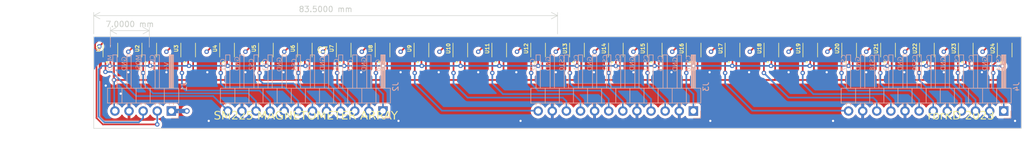
<source format=kicad_pcb>
(kicad_pcb (version 20221018) (generator pcbnew)
  (layers (0 "F.Cu" signal "Signal_top") (1 "In1.Cu" power "GND") (2 "In2.Cu" power "V+") (31 "B.Cu" signal "Signal_bottom") (34 "B.Paste" user) (35 "F.Paste" user) (36 "B.SilkS" user "B.Silkscreen") (37 "F.SilkS" user "F.Silkscreen") (38 "B.Mask" user) (39 "F.Mask" user) (44 "Edge.Cuts" user))
  (net 0 "")
  (net 1 "v+")
  (net 2 "GND")
  (net 3 "SCLK")
  (net 4 "MOSI")
  (net 5 "MISO")
  (net 6 "SS1")
  (net 7 "SS2")
  (net 8 "SS3")
  (net 9 "SS4")
  (net 10 "SS5")
  (net 11 "SS9")
  (net 12 "SS10")
  (net 13 "SS11")
  (net 14 "SS12")
  (net 15 "SS13")
  (net 16 "SS17")
  (net 17 "SS18")
  (net 18 "SS19")
  (net 19 "SS20")
  (net 20 "SS21")
  (net 21 "SS6")
  (net 22 "SS14")
  (net 23 "SS22")
  (net 24 "SS7")
  (net 25 "SS15")
  (net 26 "SS23")
  (net 27 "SS8")
  (net 28 "SS16")
  (net 29 "SS24")
  (footprint "Own_Library:NVE SM225 10E" (layer "F.Cu") (at 204 52.4 90)
    (fp_text reference "U24")
    (fp_text value "SM225-10E")
  )
  (footprint "Capacitor_SMD:C_0201_0603Metric" (layer "F.Cu") (at 82.445 52.36 -90)
    (fp_text reference "C7")
    (fp_text value "C_Small" hide)
  )
  (footprint "Own_Library:NVE SM225 10E" (layer "F.Cu") (at 92 52.4 90)
    (fp_text reference "U8")
    (fp_text value "SM225-10E")
  )
  (footprint "Capacitor_SMD:C_0201_0603Metric" (layer "F.Cu") (at 194.445 52.36 -90)
    (fp_text reference "C23" hide)
    (fp_text value "C_Small" hide)
  )
  (footprint "Own_Library:NVE SM225 10E" (layer "F.Cu") (at 120 52.4 90)
    (fp_text reference "U12")
    (fp_text value "SM225-10E")
  )
  (footprint "Capacitor_SMD:C_0201_0603Metric" (layer "F.Cu") (at 96.445 52.36 -90)
    (fp_text reference "C9" hide)
    (fp_text value "C_Small" hide)
  )
  (footprint "Capacitor_SMD:C_0201_0603Metric" (layer "F.Cu") (at 54.356 52.36 -90)
    (fp_text reference "C3" hide)
    (fp_text value "C_Small" hide)
  )
  (footprint "Own_Library:NVE SM225 10E" (layer "F.Cu") (at 183 52.4 90)
    (fp_text reference "U21")
    (fp_text value "SM225-10E")
  )
  (footprint "Own_Library:NVE SM225 10E" (layer "F.Cu") (at 50 52.4 90)
    (fp_text reference "U2")
    (fp_text value "SM225-10E")
  )
  (footprint "Capacitor_SMD:C_0201_0603Metric" (layer "F.Cu") (at 103.445 52.36 -90)
    (fp_text reference "C10" hide)
    (fp_text value "C_Small" hide)
  )
  (footprint "Capacitor_SMD:C_0201_0603Metric" (layer "F.Cu") (at 117.445 52.36 -90)
    (fp_text reference "C12" hide)
    (fp_text value "C_Small" hide)
  )
  (footprint "Capacitor_SMD:C_0201_0603Metric" (layer "F.Cu") (at 180.445 52.36 -90)
    (fp_text reference "C21" hide)
    (fp_text value "C_Small" hide)
  )
  (footprint "Own_Library:NVE SM225 10E" (layer "F.Cu") (at 197 52.4 90)
    (fp_text reference "U23")
    (fp_text value "SM225-10E")
  )
  (footprint "Own_Library:NVE SM225 10E" (layer "F.Cu") (at 148 52.4 90)
    (fp_text reference "U16")
    (fp_text value "SM225-10E")
  )
  (footprint "Own_Library:NVE SM225 10E" (layer "F.Cu") (at 106 52.4 90)
    (fp_text reference "U10")
    (fp_text value "SM225-10E")
  )
  (footprint "Capacitor_SMD:C_0201_0603Metric" (layer "F.Cu") (at 138.445 52.36 -90)
    (fp_text reference "C15" hide)
    (fp_text value "C_Small" hide)
  )
  (footprint "Capacitor_SMD:C_0201_0603Metric" (layer "F.Cu") (at 124.445 52.36 -90)
    (fp_text reference "C13" hide)
    (fp_text value "C_Small" hide)
  )
  (footprint "Own_Library:NVE SM225 10E" (layer "F.Cu") (at 162 52.4 90)
    (fp_text reference "U18")
    (fp_text value "SM225-10E")
  )
  (footprint "Capacitor_SMD:C_0201_0603Metric" (layer "F.Cu") (at 47.498 52.36 -90)
    (fp_text reference "C2" hide)
    (fp_text value "C_Small" hide)
  )
  (footprint "Capacitor_SMD:C_0201_0603Metric" (layer "F.Cu") (at 131.445 52.36 -90)
    (fp_text reference "C14" hide)
    (fp_text value "C_Small" hide)
  )
  (footprint "Own_Library:NVE SM225 10E" (layer "F.Cu") (at 190 52.4 90)
    (fp_text reference "U22")
    (fp_text value "SM225-10E")
  )
  (footprint "Own_Library:NVE SM225 10E" (layer "F.Cu") (at 85 52.4 90)
    (fp_text reference "U7")
    (fp_text value "SM225-10E")
  )
  (footprint "Capacitor_SMD:C_0201_0603Metric" (layer "F.Cu") (at 166.445 52.36 -90)
    (fp_text reference "C19" hide)
    (fp_text value "C_Small" hide)
  )
  (footprint "Capacitor_SMD:C_0201_0603Metric" (layer "F.Cu") (at 61.468 52.36 -90)
    (fp_text reference "C4" hide)
    (fp_text value "C_Small" hide)
  )
  (footprint "Capacitor_SMD:C_0201_0603Metric" (layer "F.Cu") (at 110.445 52.36 -90)
    (fp_text reference "C11" hide)
    (fp_text value "C_Small" hide)
  )
  (footprint "Own_Library:NVE SM225 10E" (layer "F.Cu") (at 99 52.4 90)
    (fp_text reference "U9")
    (fp_text value "SM225-10E")
  )
  (footprint "Capacitor_SMD:C_0201_0603Metric" (layer "F.Cu") (at 159.445 52.36 -90)
    (fp_text reference "C18" hide)
    (fp_text value "C_Small" hide)
  )
  (footprint "Own_Library:NVE SM225 10E" (layer "F.Cu") (at 113 52.4 90)
    (fp_text reference "U11")
    (fp_text value "SM225-10E")
  )
  (footprint "Capacitor_SMD:C_0201_0603Metric" (layer "F.Cu") (at 89.445 52.36 -90)
    (fp_text reference "C8" hide)
    (fp_text value "C_Small" hide)
  )
  (footprint "Capacitor_SMD:C_0201_0603Metric" (layer "F.Cu") (at 187.445 52.36 -90)
    (fp_text reference "C22" hide)
    (fp_text value "C_Small" hide)
  )
  (footprint "Own_Library:NVE SM225 10E" (layer "F.Cu") (at 134 52.4 90)
    (fp_text reference "U14")
    (fp_text value "SM225-10E")
  )
  (footprint "Own_Library:NVE SM225 10E" (layer "F.Cu") (at 57 52.4 90)
    (fp_text reference "U3")
    (fp_text value "SM225-10E")
  )
  (footprint "Capacitor_SMD:C_0201_0603Metric" (layer "F.Cu") (at 41.05 53.5 -90)
    (fp_text reference "C1" hide)
    (fp_text value "C_Small" hide)
  )
  (footprint "Own_Library:NVE SM225 10E" (layer "F.Cu") (at 43 52.4 90)
    (fp_text reference "U1")
    (fp_text value "SM225-10E")
  )
  (footprint "Capacitor_SMD:C_0201_0603Metric" (layer "F.Cu") (at 173.445 52.36 -90)
    (fp_text reference "C20" hide)
    (fp_text value "C_Small" hide)
  )
  (footprint "Capacitor_SMD:C_0201_0603Metric" (layer "F.Cu") (at 75.445 52.36 -90)
    (fp_text reference "C6" hide)
    (fp_text value "C_Small" hide)
  )
  (footprint "Own_Library:NVE SM225 10E" (layer "F.Cu") (at 155 52.4 90)
    (fp_text reference "U17")
    (fp_text value "SM225-10E")
  )
  (footprint "Capacitor_SMD:C_0201_0603Metric" (layer "F.Cu") (at 68.445 52.36 -90)
    (fp_text reference "C5" hide)
    (fp_text value "C_Small" hide)
  )
  (footprint "Capacitor_SMD:C_0201_0603Metric" (layer "F.Cu") (at 152.445 52.36 -90)
    (fp_text reference "C17" hide)
    (fp_text value "C_Small" hide)
  )
  (footprint "Own_Library:NVE SM225 10E" (layer "F.Cu") (at 78 52.4 90)
    (fp_text reference "U6")
    (fp_text value "SM225-10E")
  )
  (footprint "Own_Library:NVE SM225 10E" (layer "F.Cu") (at 127 52.4 90)
    (fp_text reference "U13")
    (fp_text value "SM225-10E")
  )
  (footprint "Capacitor_SMD:C_0201_0603Metric" (layer "F.Cu") (at 201.445 52.36 -90)
    (fp_text reference "C24" hide)
    (fp_text value "C_Small" hide)
  )
  (footprint "Own_Library:NVE SM225 10E" (layer "F.Cu") (at 176 52.4 90)
    (fp_text reference "U20")
    (fp_text value "SM225-10E")
  )
  (footprint "Capacitor_SMD:C_0201_0603Metric" (layer "F.Cu") (at 145.445 52.36 -90)
    (fp_text reference "C16" hide)
    (fp_text value "C_Small" hide)
  )
  (footprint "Own_Library:NVE SM225 10E" (layer "F.Cu") (at 169 52.4 90)
    (fp_text reference "U19")
    (fp_text value "SM225-10E")
  )
  (footprint "Own_Library:NVE SM225 10E" (layer "F.Cu") (at 64 52.4 90)
    (fp_text reference "U4")
    (fp_text value "SM225-10E")
  )
  (footprint "Own_Library:NVE SM225 10E" (layer "F.Cu") (at 71 52.4 90)
    (fp_text reference "U5")
    (fp_text value "SM225-10E")
  )
  (footprint "Own_Library:NVE SM225 10E" (layer "F.Cu") (at 141 52.4 90)
    (fp_text reference "U15")
    (fp_text value "SM225-10E")
  )
  (footprint "Connector_PinHeader_2.54mm:PinHeader_1x05_P2.54mm_Horizontal" (layer "B.Cu") (at 53.975 63.373 90)
    (fp_text reference "J1")
    (fp_text value "Conn_01x05_Socket")
  )
  (footprint "Connector_PinHeader_2.54mm:PinHeader_1x12_P2.54mm_Horizontal" (layer "B.Cu") (at 147.955 63.373 90)
    (fp_text reference "J3")
    (fp_text value "Conn_01x12_Socket")
  )
  (footprint "Connector_PinHeader_2.54mm:PinHeader_1x12_P2.54mm_Horizontal" (layer "B.Cu") (at 92.075 63.373 90)
    (fp_text reference "J2")
    (fp_text value "Conn_01x12_Socket")
  )
  (footprint "Connector_PinHeader_2.54mm:PinHeader_1x12_P2.54mm_Horizontal" (layer "B.Cu") (at 203.835 63.373 90)
    (fp_text reference "J4")
    (fp_text value "Conn_01x12_Socket")
  )
  (gr_line (start 207 66.5) (end 40 66.5) (stroke (width 0.1)) (layer "Edge.Cuts"))
  (gr_line (start 40 66.5) (end 40 50) (stroke (width 0.1)) (layer "Edge.Cuts"))
  (gr_line (start 207 50) (end 40 50) (stroke (width 0.1)) (layer "Edge.Cuts"))
  (gr_line (start 207 50) (end 207 66.5) (stroke (width 0.1)) (layer "Edge.Cuts"))
  (gr_text "CS4" (at 76.582 56.146 90) (layer "B.SilkS") (effects (font (size 0.8 0.8)) (justify right bottom mirror)))
  (gr_text "V+" (at 53.595 56.273 90) (layer "B.SilkS") (effects (font (size 0.8 0.8)) (justify right bottom mirror)))
  (gr_text "GND\n" (at 178.055 56.146 90) (layer "B.SilkS") (effects (font (size 0.8 0.8)) (justify right bottom mirror)))
  (gr_text "GND" (at 81.662 56.146 90) (layer "B.SilkS") (effects (font (size 0.8 0.8)) (justify right bottom mirror)))
  (gr_text "CLCK\n" (at 51.055 56.146 90) (layer "B.SilkS") (effects (font (size 0.8 0.8)) (justify right bottom mirror)))
  (gr_text "GND" (at 193.422 56.146 90) (layer "B.SilkS") (effects (font (size 0.8 0.8)) (justify right bottom mirror)))
  (gr_text "CS19" (at 183.135 56.146 90) (layer "B.SilkS") (effects (font (size 0.8 0.8)) (justify right bottom mirror)))
  (gr_text "CS21" (at 190.882 56.146 90) (layer "B.SilkS") (effects (font (size 0.8 0.8)) (justify right bottom mirror)))
  (gr_text "CS15" (at 142.495 56.273 90) (layer "B.SilkS") (effects (font (size 0.8 0.8)) (justify right bottom mirror)))
  (gr_text "CS10\n\n" (at 126.112 56.146 90) (layer "B.SilkS") (effects (font (size 0.8 0.8)) (justify right bottom mirror)))
  (gr_text "CS24" (at 203.455 56.146 90) (layer "B.SilkS") (effects (font (size 0.8 0.8)) (justify right bottom mirror)))
  (gr_text "CS14" (at 139.955 56.146 90) (layer "B.SilkS") (effects (font (size 0.8 0.8)) (justify right bottom mirror)))
  (gr_text "CS11" (at 127.382 56.146 90) (layer "B.SilkS") (effects (font (size 0.8 0.8)) (justify right bottom mirror)))
  (gr_text "GND\n" (at 122.302 56.146 90) (layer "B.SilkS") (effects (font (size 0.8 0.8)) (justify right bottom mirror)))
  (gr_text "GND" (at 137.415 56.146 90) (layer "B.SilkS") (effects (font (size 0.8 0.8)) (justify right bottom mirror)))
  (gr_text "GND" (at 200.915 56.146 90) (layer "B.SilkS") (effects (font (size 0.8 0.8)) (justify right bottom mirror)))
  (gr_text "CS17\n" (at 175.515 56.146 90) (layer "B.SilkS") (effects (font (size 0.8 0.8)) (justify right bottom mirror)))
  (gr_text "CS16" (at 147.575 56.273 90) (layer "B.SilkS") (effects (font (size 0.8 0.8)) (justify right bottom mirror)))
  (gr_text "MISO\n" (at 43.435 56.146 90) (layer "B.SilkS") (effects (font (size 0.8 0.8)) (justify right bottom mirror)))
  (gr_text "CS1\n" (at 63.755 56.146 90) (layer "B.SilkS") (effects (font (size 0.8 0.8)) (justify right bottom mirror)))
  (gr_text "CS5" (at 79.122 56.146 90) (layer "B.SilkS") (effects (font (size 0.8 0.8)) (justify right bottom mirror)))
  (gr_text "CS23" (at 198.502 56.146 90) (layer "B.SilkS") (effects (font (size 0.8 0.8)) (justify right bottom mirror)))
  (gr_text "CS18\n\n" (at 181.992 56.146 90) (layer "B.SilkS") (effects (font (size 0.8 0.8)) (justify right bottom mirror)))
  (gr_text "CS3" (at 71.375 56.146 90) (layer "B.SilkS") (effects (font (size 0.8 0.8)) (justify right bottom mirror)))
  (gr_text "GND\n" (at 66.295 56.146 90) (layer "B.SilkS") (effects (font (size 0.8 0.8)) (justify right bottom mirror)))
  (gr_text "CS13" (at 134.875 56.019 90) (layer "B.SilkS") (effects (font (size 0.8 0.8)) (justify right bottom mirror)))
  (gr_text "GND" (at 73.915 56.273 90) (layer "B.SilkS") (effects (font (size 0.8 0.8)) (justify right bottom mirror)))
  (gr_text "CS7" (at 86.742 56.273 90) (layer "B.SilkS") (effects (font (size 0.8 0.8)) (justify right bottom mirror)))
  (gr_text "CS20" (at 188.342 56.146 90) (layer "B.SilkS") (effects (font (size 0.8 0.8)) (justify right bottom mirror)))
  (gr_text "GND" (at 145.162 56.273 90) (layer "B.SilkS") (effects (font (size 0.8 0.8)) (justify right bottom mirror)))
  (gr_text "CS9\n" (at 119.508 56.146 90) (layer "B.SilkS") (effects (font (size 0.8 0.8)) (justify right bottom mirror)))
  (gr_text "CS8" (at 91.695 56.273 90) (layer "B.SilkS") (effects (font (size 0.8 0.8)) (justify right bottom mirror)))
  (gr_text "CS6" (at 84.202 56.146 90) (layer "B.SilkS") (effects (font (size 0.8 0.8)) (justify right bottom mirror)))
  (gr_text "MOSI\n" (at 48.515 56.146 90) (layer "B.SilkS") (effects (font (size 0.8 0.8)) (justify right bottom mirror)))
  (gr_text "GND" (at 129.795 56.146 90) (layer "B.SilkS") (effects (font (size 0.8 0.8)) (justify right bottom mirror)))
  (gr_text "GND" (at 89.155 56.273 90) (layer "B.SilkS") (effects (font (size 0.8 0.8)) (justify right bottom mirror)))
  (gr_text "CS2\n\n" (at 70.232 56.146 90) (layer "B.SilkS") (effects (font (size 0.8 0.8)) (justify right bottom mirror)))
  (gr_text "CS22" (at 195.962 56.146 90) (layer "B.SilkS") (effects (font (size 0.8 0.8)) (justify right bottom mirror)))
  (gr_text "GND\n" (at 45.975 56.146 90) (layer "B.SilkS") (effects (font (size 0.8 0.8)) (justify right bottom mirror)))
  (gr_text "GND" (at 185.675 56.146 90) (layer "B.SilkS") (effects (font (size 0.8 0.8)) (justify right bottom mirror)))
  (gr_text "CS12" (at 132.589 56.146 90) (layer "B.SilkS") (effects (font (size 0.8 0.8)) (justify right bottom mirror)))
  (gr_text "rbrKD 2023" (at 190.119 65.151) (layer "F.SilkS") (effects (font (size 1.5 1.5)) (justify left bottom)))
  (gr_text "SM225 MAGNETOMETER ARRAY" (at 61.595 65.151) (layer "F.SilkS") (effects (font (size 1.5 1.5)) (justify left bottom)))
  (dimension (type aligned) (layer "Edge.Cuts") (pts (xy 50 52.4) (xy 43 52.4)) (height 3.505) (gr_text "7,0000 mm" (at 46.5 47.745) (layer "Edge.Cuts") (effects (font (size 1 1) (thickness 0.15)))) (format (prefix "") (suffix "") (units 3) (units_format 1) (precision 4)) (style (thickness 0.1) (arrow_length 1.27) (text_position_mode 0) (extension_height 0.58642) (extension_offset 0.5) keep_text_aligned))
  (dimension (type aligned) (layer "Edge.Cuts") (pts (xy 40 50) (xy 123.5 50)) (height -3.8) (gr_text "83,5000 mm" (at 81.75 45.05) (layer "Edge.Cuts") (effects (font (size 1 1) (thickness 0.15)))) (format (prefix "") (suffix "") (units 3) (units_format 1) (precision 4)) (style (thickness 0.1) (arrow_length 1.27) (text_position_mode 0) (extension_height 0.58642) (extension_offset 0.5) keep_text_aligned))
  (segment (start 189.35 51.155) (end 188.33 51.155) (width 0.3) (layer "F.Cu") (net 1))
  (segment (start 153.33 51.155) (end 152.445 52.04) (width 0.3) (layer "F.Cu") (net 1))
  (segment (start 67.975 52.04) (end 67.31 52.705) (width 0.3) (layer "F.Cu") (net 1))
  (segment (start 132.33 51.155) (end 131.445 52.04) (width 0.3) (layer "F.Cu") (net 1))
  (segment (start 83.33 51.155) (end 82.445 52.04) (width 0.3) (layer "F.Cu") (net 1))
  (segment (start 194.445 52.04) (end 193.705 52.04) (width 0.3) (layer "F.Cu") (net 1))
  (segment (start 49.35 51.155) (end 48.383 51.155) (width 0.3) (layer "F.Cu") (net 1))
  (segment (start 160.33 51.155) (end 159.445 52.04) (width 0.3) (layer "F.Cu") (net 1))
  (segment (start 202.33 51.155) (end 201.445 52.04) (width 0.3) (layer "F.Cu") (net 1))
  (segment (start 95.915 52.04) (end 95.25 52.705) (width 0.3) (layer "F.Cu") (net 1))
  (segment (start 180.445 52.04) (end 179.735 52.04) (width 0.3) (layer "F.Cu") (net 1))
  (segment (start 158.78 52.04) (end 159.445 52.04) (width 0.3) (layer "F.Cu") (net 1))
  (segment (start 47.498 52.04) (end 46.893 52.04) (width 0.3) (layer "F.Cu") (net 1))
  (segment (start 172.75 52.04) (end 172.085 52.705) (width 0.3) (layer "F.Cu") (net 1))
  (segment (start 56.35 51.155) (end 55.495 51.155) (width 0.3) (layer "F.Cu") (net 1))
  (segment (start 54.55 52.1) (end 53.691 52.1) (width 0.3) (layer "F.Cu") (net 1))
  (segment (start 154.35 51.155) (end 153.33 51.155) (width 0.3) (layer "F.Cu") (net 1))
  (segment (start 167.33 51.155) (end 168.35 51.155) (width 0.3) (layer "F.Cu") (net 1))
  (segment (start 196.35 51.155) (end 195.33 51.155) (width 0.3) (layer "F.Cu") (net 1))
  (segment (start 118.33 51.155) (end 117.445 52.04) (width 0.3) (layer "F.Cu") (net 1))
  (segment (start 145.445 52.04) (end 144.81 52.04) (width 0.3) (layer "F.Cu") (net 1))
  (segment (start 41.595 51.155) (end 41 51.75) (width 0.3) (layer "F.Cu") (net 1))
  (segment (start 137.825 52.04) (end 137.16 52.705) (width 0.3) (layer "F.Cu") (net 1))
  (segment (start 111.33 51.155) (end 110.445 52.04) (width 0.3) (layer "F.Cu") (net 1))
  (segment (start 151.795 52.04) (end 151.13 52.705) (width 0.3) (layer "F.Cu") (net 1))
  (segment (start 140.35 51.155) (end 139.33 51.155) (width 0.3) (layer "F.Cu") (net 1))
  (segment (start 97.33 51.155) (end 96.445 52.04) (width 0.3) (layer "F.Cu") (net 1))
  (segment (start 161.35 51.155) (end 160.33 51.155) (width 0.3) (layer "F.Cu") (net 1))
  (segment (start 195.33 51.155) (end 194.445 52.04) (width 0.3) (layer "F.Cu") (net 1))
  (segment (start 174.33 51.155) (end 173.445 52.04) (width 0.3) (layer "F.Cu") (net 1))
  (segment (start 105.35 51.155) (end 104.33 51.155) (width 0.3) (layer "F.Cu") (net 1))
  (segment (start 109.885 52.04) (end 109.22 52.705) (width 0.3) (layer "F.Cu") (net 1))
  (segment (start 53.691 52.1) (end 53.086 52.705) (width 0.3) (layer "F.Cu") (net 1))
  (segment (start 130.84 52.04) (end 130.175 52.705) (width 0.3) (layer "F.Cu") (net 1))
  (segment (start 125.33 51.155) (end 124.445 52.04) (width 0.3) (layer "F.Cu") (net 1))
  (segment (start 112.35 51.155) (end 111.33 51.155) (width 0.3) (layer "F.Cu") (net 1))
  (segment (start 74.96 52.04) (end 75.445 52.04) (width 0.3) (layer "F.Cu") (net 1))
  (segment (start 126.35 51.155) (end 125.33 51.155) (width 0.3) (layer "F.Cu") (net 1))
  (segment (start 165.765 52.04) (end 166.445 52.04) (width 0.3) (layer "F.Cu") (net 1))
  (segment (start 203.35 51.155) (end 202.33 51.155) (width 0.3) (layer "F.Cu") (net 1))
  (segment (start 124.445 52.04) (end 123.855 52.04) (width 0.3) (layer "F.Cu") (net 1))
  (segment (start 60.99 52.04) (end 61.595 52.04) (width 0.3) (layer "F.Cu") (net 1))
  (segment (start 200.025 52.705) (end 200.69 52.04) (width 0.3) (layer "F.Cu") (net 1))
  (segment (start 48.383 51.155) (end 47.498 52.04) (width 0.3) (layer "F.Cu") (net 1))
  (segment (start 63.35 51.155) (end 62.48 51.155) (width 0.3) (layer "F.Cu") (net 1))
  (segment (start 188.33 51.155) (end 187.445 52.04) (width 0.3) (layer "F.Cu") (net 1))
  (segment (start 186.72 52.04) (end 186.055 52.705) (width 0.3) (layer "F.Cu") (net 1))
  (segment (start 187.445 52.04) (end 186.72 52.04) (width 0.3) (layer "F.Cu") (net 1))
  (segment (start 69.33 51.155) (end 68.445 52.04) (width 0.3) (layer "F.Cu") (net 1))
  (segment (start 181.33 51.155) (end 180.445 52.04) (width 0.3) (layer "F.Cu") (net 1))
  (segment (start 133.35 51.155) (end 132.33 51.155) (width 0.3) (layer "F.Cu") (net 1))
  (segment (start 89.445 52.04) (end 88.93 52.04) (width 0.3) (layer "F.Cu") (net 1))
  (segment (start 123.855 52.04) (end 123.19 52.705) (width 0.3) (layer "F.Cu") (net 1))
  (segment (start 165.1 52.705) (end 165.765 52.04) (width 0.3) (layer "F.Cu") (net 1))
  (segment (start 42.35 51.155) (end 41.595 51.155) (width 0.3) (layer "F.Cu") (net 1))
  (segment (start 76.33 51.155) (end 75.445 52.04) (width 0.3) (layer "F.Cu") (net 1))
  (segment (start 110.445 52.04) (end 109.885 52.04) (width 0.3) (layer "F.Cu") (net 1))
  (segment (start 68.445 52.04) (end 67.975 52.04) (width 0.3) (layer "F.Cu") (net 1))
  (segment (start 179.735 52.04) (end 179.07 52.705) (width 0.3) (layer "F.Cu") (net 1))
  (segment (start 96.445 52.04) (end 95.915 52.04) (width 0.3) (layer "F.Cu") (net 1))
  (segment (start 62.48 51.155) (end 61.595 52.04) (width 0.3) (layer "F.Cu") (net 1))
  (segment (start 200.69 52.04) (end 201.445 52.04) (width 0.3) (layer "F.Cu") (net 1))
  (segment (start 116.87 52.04) (end 116.205 52.705) (width 0.3) (layer "F.Cu") (net 1))
  (segment (start 193.705 52.04) (end 193.04 52.705) (width 0.3) (layer "F.Cu") (net 1))
  (segment (start 55.495 51.155) (end 54.55 52.1) (width 0.3) (layer "F.Cu") (net 1))
  (segment (start 74.295 52.705) (end 74.96 52.04) (width 0.3) (layer "F.Cu") (net 1))
  (segment (start 104.33 51.155) (end 103.445 52.04) (width 0.3) (layer "F.Cu") (net 1))
  (segment (start 144.81 52.04) (end 144.145 52.705) (width 0.3) (layer "F.Cu") (net 1))
  (segment (start 81.945 52.04) (end 81.28 52.705) (width 0.3) (layer "F.Cu") (net 1))
  (segment (start 147.35 51.155) (end 146.33 51.155) (width 0.3) (layer "F.Cu") (net 1))
  (segment (start 41.05 53.18) (end 41.05 51.8) (width 0.3) (layer "F.Cu") (net 1))
  (segment (start 46.893 52.04) (end 46.228 52.705) (width 0.3) (layer "F.Cu") (net 1))
  (segment (start 102.9 52.04) (end 102.235 52.705) (width 0.3) (layer "F.Cu") (net 1))
  (segment (start 60.325 52.705) (end 60.99 52.04) (width 0.3) (layer "F.Cu") (net 1))
  (segment (start 90.33 51.155) (end 89.445 52.04) (width 0.3) (layer "F.Cu") (net 1))
  (segment (start 175.35 51.155) (end 174.33 51.155) (width 0.3) (layer "F.Cu") (net 1))
  (segment (start 138.445 52.04) (end 137.825 52.04) (width 0.3) (layer "F.Cu") (net 1))
  (segment (start 131.445 52.04) (end 130.84 52.04) (width 0.3) (layer "F.Cu") (net 1))
  (segment (start 173.445 52.04) (end 172.75 52.04) (width 0.3) (layer "F.Cu") (net 1))
  (segment (start 158.115 52.705) (end 158.78 52.04) (width 0.3) (layer "F.Cu") (net 1))
  (segment (start 70.35 51.155) (end 69.33 51.155) (width 0.3) (layer "F.Cu") (net 1))
  (segment (start 98.35 51.155) (end 97.33 51.155) (width 0.3) (layer "F.Cu") (net 1))
  (segment (start 41.05 51.8) (end 41 51.75) (width 0.3) (layer "F.Cu") (net 1))
  (segment (start 139.33 51.155) (end 138.445 52.04) (width 0.3) (layer "F.Cu") (net 1))
  (segment (start 103.445 52.04) (end 102.9 52.04) (width 0.3) (layer "F.Cu") (net 1))
  (segment (start 82.445 52.04) (end 81.945 52.04) (width 0.3) (layer "F.Cu") (net 1))
  (segment (start 77.35 51.155) (end 76.33 51.155) (width 0.3) (layer "F.Cu") (net 1))
  (segment (start 84.35 51.155) (end 83.33 51.155) (width 0.3) (layer "F.Cu") (net 1))
  (segment (start 119.35 51.155) (end 118.33 51.155) (width 0.3) (layer "F.Cu") (net 1))
  (segment (start 166.445 52.04) (end 167.33 51.155) (width 0.3) (layer "F.Cu") (net 1))
  (segment (start 146.33 51.155) (end 145.445 52.04) (width 0.3) (layer "F.Cu") (net 1))
  (segment (start 88.93 52.04) (end 88.265 52.705) (width 0.3) (layer "F.Cu") (net 1))
  (segment (start 117.445 52.04) (end 116.87 52.04) (width 0.3) (layer "F.Cu") (net 1))
  (segment (start 152.445 52.04) (end 151.795 52.04) (width 0.3) (layer "F.Cu") (net 1))
  (segment (start 182.35 51.155) (end 181.33 51.155) (width 0.3) (layer "F.Cu") (net 1))
  (segment (start 91.35 51.155) (end 90.33 51.155) (width 0.3) (layer "F.Cu") (net 1))
  (via (at 151.13 52.705) (size 0.8) (drill 0.4) (layers "F.Cu" "B.Cu") (net 1))
  (via (at 81.28 52.705) (size 0.8) (drill 0.4) (layers "F.Cu" "B.Cu") (net 1))
  (via (at 60.325 52.705) (size 0.8) (drill 0.4) (layers "F.Cu" "B.Cu") (net 1))
  (via (at 56.769 63.373) (size 1) (drill 0.6) (layers "F.Cu" "B.Cu") (net 1))
  (via (at 88.265 52.705) (size 0.8) (drill 0.4) (layers "F.Cu" "B.Cu") (net 1))
  (via (at 74.295 52.705) (size 0.8) (drill 0.4) (layers "F.Cu" "B.Cu") (net 1))
  (via (at 137.16 52.705) (size 0.8) (drill 0.4) (layers "F.Cu" "B.Cu") (net 1))
  (via (at 158.115 52.705) (size 0.8) (drill 0.4) (layers "F.Cu" "B.Cu") (net 1))
  (via (at 41 51.75) (size 0.8) (drill 0.4) (layers "F.Cu" "B.Cu") (net 1))
  (via (at 172.085 52.705) (size 0.8) (drill 0.4) (layers "F.Cu" "B.Cu") (net 1))
  (via (at 46.228 52.705) (size 0.8) (drill 0.4) (layers "F.Cu" "B.Cu") (net 1))
  (via (at 109.22 52.705) (size 0.8) (drill 0.4) (layers "F.Cu" "B.Cu") (net 1))
  (via (at 67.31 52.705) (size 0.8) (drill 0.4) (layers "F.Cu" "B.Cu") (net 1))
  (via (at 186.055 52.705) (size 0.8) (drill 0.4) (layers "F.Cu" "B.Cu") (net 1))
  (via (at 179.07 52.705) (size 0.8) (drill 0.4) (layers "F.Cu" "B.Cu") (net 1))
  (via (at 130.175 52.705) (size 0.8) (drill 0.4) (layers "F.Cu" "B.Cu") (net 1))
  (via (at 102.235 52.705) (size 0.8) (drill 0.4) (layers "F.Cu" "B.Cu") (net 1))
  (via (at 53.086 52.705) (size 0.8) (drill 0.4) (layers "F.Cu" "B.Cu") (net 1))
  (via (at 95.25 52.705) (size 0.8) (drill 0.4) (layers "F.Cu" "B.Cu") (net 1))
  (via (at 116.205 52.705) (size 0.8) (drill 0.4) (layers "F.Cu" "B.Cu") (net 1))
  (via (at 144.145 52.705) (size 0.8) (drill 0.4) (layers "F.Cu" "B.Cu") (net 1))
  (via (at 200.025 52.705) (size 0.8) (drill 0.4) (layers "F.Cu" "B.Cu") (net 1))
  (via (at 193.04 52.705) (size 0.8) (drill 0.4) (layers "F.Cu" "B.Cu") (net 1))
  (via (at 123.19 52.705) (size 0.8) (drill 0.4) (layers "F.Cu" "B.Cu") (net 1))
  (via (at 165.1 52.705) (size 0.8) (drill 0.4) (layers "F.Cu" "B.Cu") (net 1))
  (segment (start 53.975 63.373) (end 56.769 63.373) (width 0.8) (layer "B.Cu") (net 1))
  (segment (start 42.164 58.801) (end 41.05 57.687) (width 0.3) (layer "F.Cu") (net 2))
  (segment (start 41.05 57.687) (end 41.05 53.82) (width 0.3) (layer "F.Cu") (net 2))
  (via (at 88.138 56.388) (size 0.8) (drill 0.4) (layers "F.Cu" "B.Cu") (net 2))
  (via (at 173.101 65.151) (size 0.8) (drill 0.4) (layers "F.Cu" "B.Cu") (net 2))
  (via (at 130.048 56.388) (size 0.8) (drill 0.4) (layers "F.Cu" "B.Cu") (net 2))
  (via (at 67.31 56.388) (size 0.8) (drill 0.4) (layers "F.Cu" "B.Cu") (net 2))
  (via (at 165.1 56.388) (size 0.8) (drill 0.4) (layers "F.Cu" "B.Cu") (net 2))
  (via (at 109.22 56.388) (size 0.8) (drill 0.4) (layers "F.Cu" "B.Cu") (net 2))
  (via (at 102.108 56.388) (size 0.8) (drill 0.4) (layers "F.Cu" "B.Cu") (net 2))
  (via (at 74.168 56.388) (size 0.8) (drill 0.4) (layers "F.Cu" "B.Cu") (net 2))
  (via (at 157.988 56.388) (size 0.8) (drill 0.4) (layers "F.Cu" "B.Cu") (net 2))
  (via (at 60.706 65.151) (size 0.8) (drill 0.4) (layers "F.Cu" "B.Cu") (net 2))
  (via (at 123.19 56.388) (size 0.8) (drill 0.4) (layers "F.Cu" "B.Cu") (net 2))
  (via (at 144.018 56.388) (size 0.8) (drill 0.4) (layers "F.Cu" "B.Cu") (net 2))
  (via (at 116.84 65.151) (size 0.8) (drill 0.4) (layers "F.Cu" "B.Cu") (net 2))
  (via (at 53.086 56.388) (size 0.8) (drill 0.4) (layers "F.Cu" "B.Cu") (net 2))
  (via (at 94.869 65.151) (size 0.8) (drill 0.4) (layers "F.Cu" "B.Cu") (net 2))
  (via (at 42.164 58.801) (size 0.8) (drill 0.4) (layers "F.Cu" "B.Cu") (net 2))
  (via (at 150.876 56.388) (size 0.8) (drill 0.4) (layers "F.Cu" "B.Cu") (net 2))
  (via (at 199.898 56.388) (size 0.8) (drill 0.4) (layers "F.Cu" "B.Cu") (net 2))
  (via (at 46.228 56.388) (size 0.8) (drill 0.4) (layers "F.Cu" "B.Cu") (net 2))
  (via (at 205.867 65.151) (size 0.8) (drill 0.4) (layers "F.Cu" "B.Cu") (net 2))
  (via (at 193.04 56.388) (size 0.8) (drill 0.4) (layers "F.Cu" "B.Cu") (net 2))
  (via (at 151.003 65.151) (size 0.8) (drill 0.4) (layers "F.Cu" "B.Cu") (net 2))
  (via (at 44.85 60.25) (size 0.8) (drill 0.4) (layers "F.Cu" "B.Cu") (net 2))
  (via (at 60.452 56.388) (size 0.8) (drill 0.4) (layers "F.Cu" "B.Cu") (net 2))
  (via (at 137.16 56.388) (size 0.8) (drill 0.4) (layers "F.Cu" "B.Cu") (net 2))
  (via (at 116.078 56.388) (size 0.8) (drill 0.4) (layers "F.Cu" "B.Cu") (net 2))
  (via (at 95.25 56.388) (size 0.8) (drill 0.4) (layers "F.Cu" "B.Cu") (net 2))
  (via (at 179.07 56.388) (size 0.8) (drill 0.4) (layers "F.Cu" "B.Cu") (net 2))
  (via (at 185.928 56.388) (size 0.8) (drill 0.4) (layers "F.Cu" "B.Cu") (net 2))
  (via (at 171.958 56.388) (size 0.8) (drill 0.4) (layers "F.Cu" "B.Cu") (net 2))
  (via (at 81.28 56.388) (size 0.8) (drill 0.4) (layers "F.Cu" "B.Cu") (net 2))
  (segment (start 162 51.155) (end 162 50.42) (width 0.3) (layer "F.Cu") (net 3))
  (segment (start 71 50.465) (end 71.12 50.345) (width 0.3) (layer "F.Cu") (net 3))
  (segment (start 154.94 50.345) (end 161.925 50.345) (width 0.3) (layer "F.Cu") (net 3))
  (segment (start 49.835 50.345) (end 49.53 50.345) (width 0.3) (layer "F.Cu") (net 3))
  (segment (start 155 50.405) (end 154.94 50.345) (width 0.3) (layer "F.Cu") (net 3))
  (segment (start 204 50.787523) (end 204 51.155) (width 0.3) (layer "F.Cu") (net 3))
  (segment (start 40.25 51.19) (end 41.095 50.345) (width 0.3) (layer "F.Cu") (net 3))
  (segment (start 50 51.155) (end 50 50.51) (width 0.3) (layer "F.Cu") (net 3))
  (segment (start 113 50.375) (end 113.03 50.345) (width 0.3) (layer "F.Cu") (net 3))
  (segment (start 40.25 52.060661) (end 40.25 51.19) (width 0.3) (layer "F.Cu") (net 3))
  (segment (start 189.865 50.345) (end 190.5 50.345) (width 0.3) (layer "F.Cu") (net 3))
  (segment (start 41.095 50.345) (end 42.545 50.345) (width 0.3) (layer "F.Cu") (net 3))
  (segment (start 50.165 50.345) (end 56.515 50.345) (width 0.3) (layer "F.Cu") (net 3))
  (segment (start 57 51.155) (end 57 50.495) (width 0.3) (layer "F.Cu") (net 3))
  (segment (start 169 50.435) (end 168.91 50.345) (width 0.3) (layer "F.Cu") (net 3))
  (segment (start 106 50.39) (end 106.045 50.345) (width 0.3) (layer "F.Cu") (net 3))
  (segment (start 190 50.48) (end 190.135 50.345) (width 0.3) (layer "F.Cu") (net 3))
  (segment (start 106 51.155) (end 106 50.39) (width 0.3) (layer "F.Cu") (net 3))
  (segment (start 155 51.155) (end 155 50.405) (width 0.3) (layer "F.Cu") (net 3))
  (segment (start 43 51.155) (end 43 50.525) (width 0.3) (layer "F.Cu") (net 3))
  (segment (start 70.485 50.345) (end 71.12 50.345) (width 0.3) (layer "F.Cu") (net 3))
  (segment (start 40.5 52.310661) (end 40.25 52.060661) (width 0.3) (layer "F.Cu") (net 3))
  (segment (start 99.06 50.345) (end 106.045 50.345) (width 0.3) (layer "F.Cu") (net 3))
  (segment (start 99 50.405) (end 99.06 50.345) (width 0.3) (layer "F.Cu") (net 3))
  (segment (start 71 50.465) (end 70.88 50.345) (width 0.3) (layer "F.Cu") (net 3))
  (segment (start 71 51.155) (end 71 50.465) (width 0.3) (layer "F.Cu") (net 3))
  (segment (start 176 51.155) (end 176 50.45) (width 0.3) (layer "F.Cu") (net 3))
  (segment (start 85 51.155) (end 85 50.435) (width 0.3) (layer "F.Cu") (net 3))
  (segment (start 148 50.39) (end 147.955 50.345) (width 0.3) (layer "F.Cu") (net 3))
  (segment (start 78.105 50.345) (end 85.09 50.345) (width 0.3) (layer "F.Cu") (net 3))
  (segment (start 134 51.155) (end 134 50.36) (width 0.3) (layer "F.Cu") (net 3))
  (segment (start 106.045 50.345) (end 113.03 50.345) (width 0.3) (layer "F.Cu") (net 3))
  (segment (start 70.88 50.345) (end 70.485 50.345) (width 0.3) (layer "F.Cu") (net 3))
  (segment (start 147.955 50.345) (end 154.94 50.345) (width 0.3) (layer "F.Cu") (net 3))
  (segment (start 51.435 65.786) (end 41.656 65.786) (width 0.3) (layer "F.Cu") (net 3))
  (segment (start 127 51.155) (end 127 50.345) (width 0.3) (layer "F.Cu") (net 3))
  (segment (start 190 51.155) (end 190 50.48) (width 0.3) (layer "F.Cu") (net 3))
  (segment (start 78 50.45) (end 77.895 50.345) (width 0.3) (layer "F.Cu") (net 3))
  (segment (start 63.865 50.345) (end 63.5 50.345) (width 0.3) (layer "F.Cu") (net 3))
  (segment (start 64.135 50.345) (end 70.485 50.345) (width 0.3) (layer "F.Cu") (net 3))
  (segment (start 120 51.155) (end 120 50.36) (width 0.3) (layer "F.Cu") (net 3))
  (segment (start 197 51.155) (end 197 50.495) (width 0.3) (layer "F.Cu") (net 3))
  (segment (start 57 50.495) (end 56.85 50.345) (width 0.3) (layer "F.Cu") (net 3))
  (segment (start 133.985 50.345) (end 140.97 50.345) (width 0.3) (layer "F.Cu") (net 3))
  (segment (start 120 50.36) (end 120.015 50.345) (width 0.3) (layer "F.Cu") (net 3))
  (segment (start 77.895 50.345) (end 77.47 50.345) (width 0.3) (layer "F.Cu") (net 3))
  (segment (start 57 50.495) (end 57.15 50.345) (width 0.3) (layer "F.Cu") (net 3))
  (segment (start 183 51.155) (end 183 50.465) (width 0.3) (layer "F.Cu") (net 3))
  (segment (start 92.075 50.345) (end 99.06 50.345) (width 0.3) (layer "F.Cu") (net 3))
  (segment (start 56.515 50.345) (end 57.15 50.345) (width 0.3) (layer "F.Cu") (net 3))
  (segment (start 203.557477 50.345) (end 204 50.787523) (width 0.3) (layer "F.Cu") (net 3))
  (segment (start 99 51.155) (end 99 50.405) (width 0.3) (layer "F.Cu") (net 3))
  (segment (start 134 50.36) (end 133.985 50.345) (width 0.3) (layer "F.Cu") (net 3))
  (segment (start 41.656 65.786) (end 40.5 64.63) (width 0.3) (layer "F.Cu") (net 3))
  (segment (start 43 50.525) (end 42.82 50.345) (width 0.3) (layer "F.Cu") (net 3))
  (segment (start 113.03 50.345) (end 120.015 50.345) (width 0.3) (layer "F.Cu") (net 3))
  (segment (start 120.015 50.345) (end 127 50.345) (width 0.3) (layer "F.Cu") (net 3))
  (segment (start 77.47 50.345) (end 78.105 50.345) (width 0.3) (layer "F.Cu") (net 3))
  (segment (start 92 50.42) (end 91.925 50.345) (width 0.3) (layer "F.Cu") (net 3))
  (segment (start 190 50.48) (end 189.865 50.345) (width 0.3) (layer "F.Cu") (net 3))
  (segment (start 56.85 50.345) (end 56.515 50.345) (width 0.3) (layer "F.Cu") (net 3))
  (segment (start 148 51.155) (end 148 50.39) (width 0.3) (layer "F.Cu") (net 3))
  (segment (start 113 51.155) (end 113 50.375) (width 0.3) (layer "F.Cu") (net 3))
  (segment (start 85 50.435) (end 85.09 50.345) (width 0.3) (layer "F.Cu") (net 3))
  (segment (start 50 50.51) (end 49.835 50.345) (width 0.3) (layer "F.Cu") (net 3))
  (segment (start 85.09 50.345) (end 91.44 50.345) (width 0.3) (layer "F.Cu") (net 3))
  (segment (start 50 50.51) (end 50.165 50.345) (width 0.3) (layer "F.Cu") (net 3))
  (segment (start 168.91 50.345) (end 175.895 50.345) (width 0.3) (layer "F.Cu") (net 3))
  (segment (start 57.15 50.345) (end 63.5 50.345) (width 0.3) (layer "F.Cu") (net 3))
  (segment (start 78 51.155) (end 78 50.45) (width 0.3) (layer "F.Cu") (net 3))
  (segment (start 64 50.48) (end 64.135 50.345) (width 0.3) (layer "F.Cu") (net 3))
  (segment (start 78 50.45) (end 78.105 50.345) (width 0.3) (layer "F.Cu") (net 3))
  (segment (start 63.5 50.345) (end 64.135 50.345) (width 0.3) (layer "F.Cu") (net 3))
  (segment (start 140.97 50.345) (end 147.955 50.345) (width 0.3) (layer "F.Cu") (net 3))
  (segment (start 91.44 50.345) (end 92.075 50.345) (width 0.3) (layer "F.Cu") (net 3))
  (segment (start 64 51.155) (end 64 50.48) (width 0.3) (layer "F.Cu") (net 3))
  (segment (start 182.88 50.345) (end 189.865 50.345) (width 0.3) (layer "F.Cu") (net 3))
  (segment (start 197 50.495) (end 196.85 50.345) (width 0.3) (layer "F.Cu") (net 3))
  (segment (start 92 51.155) (end 92 50.42) (width 0.3) (layer "F.Cu") (net 3))
  (segment (start 91.925 50.345) (end 91.44 50.345) (width 0.3) (layer "F.Cu") (net 3))
  (segment (start 190.5 50.345) (end 196.85 50.345) (width 0.3) (layer "F.Cu") (net 3))
  (segment (start 127 50.345) (end 133.985 50.345) (width 0.3) (layer "F.Cu") (net 3))
  (segment (start 43 50.525) (end 43.18 50.345) (width 0.3) (layer "F.Cu") (net 3))
  (segment (start 141 51.155) (end 141 50.375) (width 0.3) (layer "F.Cu") (net 3))
  (segment (start 175.895 50.345) (end 182.88 50.345) (width 0.3) (layer "F.Cu") (net 3))
  (segment (start 169 51.155) (end 169 50.435) (width 0.3) (layer "F.Cu") (net 3))
  (segment (start 196.85 50.345) (end 203.557477 50.345) (width 0.3) (layer "F.Cu") (net 3))
  (segment (start 42.82 50.345) (end 42.545 50.345) (width 0.3) (layer "F.Cu") (net 3))
  (segment (start 71.12 50.345) (end 77.47 50.345) (width 0.3) (layer "F.Cu") (net 3))
  (segment (start 141 50.375) (end 140.97 50.345) (width 0.3) (layer "F.Cu") (net 3))
  (segment (start 43.18 50.345) (end 49.53 50.345) (width 0.3) (layer "F.Cu") (net 3))
  (segment (start 161.925 50.345) (end 168.91 50.345) (width 0.3) (layer "F.Cu") (net 3))
  (segment (start 64 50.48) (end 63.865 50.345) (width 0.3) (layer "F.Cu") (net 3))
  (segment (start 40.5 64.63) (end 40.5 52.310661) (width 0.3) (layer "F.Cu") (net 3))
  (segment (start 183 50.465) (end 182.88 50.345) (width 0.3) (layer "F.Cu") (net 3))
  (segment (start 162 50.42) (end 161.925 50.345) (width 0.3) (layer "F.Cu") (net 3))
  (segment (start 92 50.42) (end 92.075 50.345) (width 0.3) (layer "F.Cu") (net 3))
  (segment (start 43.18 50.345) (end 42.545 50.345) (width 0.3) (layer "F.Cu") (net 3))
  (segment (start 49.53 50.345) (end 50.165 50.345) (width 0.3) (layer "F.Cu") (net 3))
  (segment (start 176 50.45) (end 175.895 50.345) (width 0.3) (layer "F.Cu") (net 3))
  (segment (start 190.135 50.345) (end 190.5 50.345) (width 0.3) (layer "F.Cu") (net 3))
  (via (at 51.435 65.786) (size 0.8) (drill 0.4) (layers "F.Cu" "B.Cu") (net 3))
  (segment (start 51.435 63.373) (end 51.435 65.786) (width 0.3) (layer "B.Cu") (net 3))
  (segment (start 92 53.645) (end 92 55.17) (width 0.3) (layer "F.Cu") (net 4))
  (segment (start 141 55.215) (end 140.97 55.245) (width 0.3) (layer "F.Cu") (net 4))
  (segment (start 85 53.645) (end 85 55.155) (width 0.3) (layer "F.Cu") (net 4))
  (segment (start 134 55.23) (end 133.985 55.245) (width 0.3) (layer "F.Cu") (net 4))
  (segment (start 155 53.645) (end 155 55.185) (width 0.3) (layer "F.Cu") (net 4))
  (segment (start 99 55.185) (end 99.06 55.245) (width 0.3) (layer "F.Cu") (net 4))
  (segment (start 169 53.645) (end 169 55.155) (width 0.3) (layer "F.Cu") (net 4))
  (segment (start 92 55.17) (end 92.075 55.245) (width 0.3) (layer "F.Cu") (net 4))
  (segment (start 197 53.645) (end 197 55.095) (width 0.3) (layer "F.Cu") (net 4))
  (segment (start 78 53.645) (end 78 55.14) (width 0.3) (layer "F.Cu") (net 4))
  (segment (start 85 55.155) (end 85.09 55.245) (width 0.3) (layer "F.Cu") (net 4))
  (segment (start 148 53.645) (end 148 55.2) (width 0.3) (layer "F.Cu") (net 4))
  (segment (start 169 55.155) (end 168.91 55.245) (width 0.3) (layer "F.Cu") (net 4))
  (segment (start 57 55.095) (end 57 53.645) (width 0.3) (layer "F.Cu") (net 4))
  (segment (start 120 53.645) (end 120 55.23) (width 0.3) (layer "F.Cu") (net 4))
  (segment (start 190 55.11) (end 189.865 55.245) (width 0.3) (layer "F.Cu") (net 4))
  (segment (start 50.165 55.245) (end 50 55.08) (width 0.3) (layer "F.Cu") (net 4))
  (segment (start 203.597813 55.2955) (end 204 54.893313) (width 0.3) (layer "F.Cu") (net 4))
  (segment (start 148 55.2) (end 147.955 55.245) (width 0.3) (layer "F.Cu") (net 4))
  (segment (start 155 55.185) (end 154.94 55.245) (width 0.3) (layer "F.Cu") (net 4))
  (segment (start 42.87 55.245) (end 43 55.115) (width 0.3) (layer "F.Cu") (net 4))
  (segment (start 204 54.893313) (end 204 53.645) (width 0.3) (layer "F.Cu") (net 4))
  (segment (start 190 53.645) (end 190 55.11) (width 0.3) (layer "F.Cu") (net 4))
  (segment (start 50 55.08) (end 50 53.645) (width 0.3) (layer "F.Cu") (net 4))
  (segment (start 141 53.645) (end 141 55.215) (width 0.3) (layer "F.Cu") (net 4))
  (segment (start 113 53.645) (end 113 55.215) (width 0.3) (layer "F.Cu") (net 4))
  (segment (start 57.15 55.245) (end 57 55.095) (width 0.3) (layer "F.Cu") (net 4))
  (segment (start 64 55.11) (end 64.135 55.245) (width 0.3) (layer "F.Cu") (net 4))
  (segment (start 64 53.645) (end 64 55.11) (width 0.3) (layer "F.Cu") (net 4))
  (segment (start 183 53.645) (end 183 55.125) (width 0.3) (layer "F.Cu") (net 4))
  (segment (start 99 53.645) (end 99 55.185) (width 0.3) (layer "F.Cu") (net 4))
  (segment (start 113 55.215) (end 113.03 55.245) (width 0.3) (layer "F.Cu") (net 4))
  (segment (start 43 55.115) (end 43 53.645) (width 0.3) (layer "F.Cu") (net 4))
  (segment (start 120 55.23) (end 120.015 55.245) (width 0.3) (layer "F.Cu") (net 4))
  (segment (start 106 55.2) (end 106.045 55.245) (width 0.3) (layer "F.Cu") (net 4))
  (segment (start 78 55.14) (end 78.105 55.245) (width 0.3) (layer "F.Cu") (net 4))
  (segment (start 134 53.645) (end 134 55.23) (width 0.3) (layer "F.Cu") (net 4))
  (segment (start 127 53.645) (end 127 55.245) (width 0.3) (layer "F.Cu") (net 4))
  (segment (start 162 53.645) (end 162 55.17) (width 0.3) (layer "F.Cu") (net 4))
  (segment (start 106 53.645) (end 106 55.2) (width 0.3) (layer "F.Cu") (net 4))
  (segment (start 176 53.645) (end 176 55.14) (width 0.3) (layer "F.Cu") (net 4))
  (segment (start 183 55.125) (end 182.88 55.245) (width 0.3) (layer "F.Cu") (net 4))
  (segment (start 71 53.645) (end 71 55.125) (width 0.3) (layer "F.Cu") (net 4))
  (segment (start 197 55.095) (end 196.85 55.245) (width 0.3) (layer "F.Cu") (net 4))
  (segment (start 162 55.17) (end 161.925 55.245) (width 0.3) (layer "F.Cu") (net 4))
  (segment (start 176 55.14) (end 175.895 55.245) (width 0.3) (layer "F.Cu") (net 4))
  (segment (start 71 55.125) (end 71.12 55.245) (width 0.3) (layer "F.Cu") (net 4))
  (via (at 99.06 55.245) (size 0.8) (drill 0.4) (layers "F.Cu" "B.Cu") (net 4))
  (via (at 42.87 55.245) (size 0.8) (drill 0.4) (layers "F.Cu" "B.Cu") (net 4))
  (via (at 106.045 55.245) (size 0.8) (drill 0.4) (layers "F.Cu" "B.Cu") (net 4))
  (via (at 189.865 55.245) (size 0.8) (drill 0.4) (layers "F.Cu" "B.Cu") (net 4))
  (via (at 168.91 55.245) (size 0.8) (drill 0.4) (layers "F.Cu" "B.Cu") (net 4))
  (via (at 127 55.245) (size 0.8) (drill 0.4) (layers "F.Cu" "B.Cu") (net 4))
  (via (at 175.895 55.245) (size 0.8) (drill 0.4) (layers "F.Cu" "B.Cu") (net 4))
  (via (at 50.165 55.245) (size 0.8) (drill 0.4) (layers "F.Cu" "B.Cu") (net 4))
  (via (at 120.015 55.245) (size 0.8) (drill 0.4) (layers "F.Cu" "B.Cu") (net 4))
  (via (at 64.135 55.245) (size 0.8) (drill 0.4) (layers "F.Cu" "B.Cu") (net 4))
  (via (at 71.12 55.245) (size 0.8) (drill 0.4) (layers "F.Cu" "B.Cu") (net 4))
  (via (at 85.09 55.245) (size 0.8) (drill 0.4) (layers "F.Cu" "B.Cu") (net 4))
  (via (at 161.925 55.245) (size 0.8) (drill 0.4) (layers "F.Cu" "B.Cu") (net 4))
  (via (at 182.88 55.245) (size 0.8) (drill 0.4) (layers "F.Cu" "B.Cu") (net 4))
  (via (at 113.03 55.245) (size 0.8) (drill 0.4) (layers "F.Cu" "B.Cu") (net 4))
  (via (at 196.85 55.245) (size 0.8) (drill 0.4) (layers "F.Cu" "B.Cu") (net 4))
  (via (at 92.075 55.245) (size 0.8) (drill 0.4) (layers "F.Cu" "B.Cu") (net 4))
  (via (at 57.15 55.245) (size 0.8) (drill 0.4) (layers "F.Cu" "B.Cu") (net 4))
  (via (at 133.985 55.245) (size 0.8) (drill 0.4) (layers "F.Cu" "B.Cu") (net 4))
  (via (at 78.105 55.245) (size 0.8) (drill 0.4) (layers "F.Cu" "B.Cu") (net 4))
  (via (at 154.94 55.245) (size 0.8) (drill 0.4) (layers "F.Cu" "B.Cu") (net 4))
  (via (at 147.955 55.245) (size 0.8) (drill 0.4) (layers "F.Cu" "B.Cu") (net 4))
  (via (at 203.597813 55.2955) (size 0.8) (drill 0.4) (layers "F.Cu" "B.Cu") (net 4))
  (via (at 140.97 55.245) (size 0.8) (drill 0.4) (layers "F.Cu" "B.Cu") (net 4))
  (segment (start 120.015 55.245) (end 113.03 55.245) (width 0.3) (layer "B.Cu") (net 4))
  (segment (start 182.88 55.245) (end 175.895 55.245) (width 0.3) (layer "B.Cu") (net 4))
  (segment (start 42.87 55.245) (end 50.165 55.245) (width 0.3) (layer "B.Cu") (net 4))
  (segment (start 40.894 64.389) (end 41.91 65.405) (width 0.3) (layer "B.Cu") (net 4))
  (segment (start 154.94 55.245) (end 147.955 55.245) (width 0.3) (layer "B.Cu") (net 4))
  (segment (start 48.133 65.405) (end 48.895 64.643) (width 0.3) (layer "B.Cu") (net 4))
  (segment (start 140.97 55.245) (end 133.985 55.245) (width 0.3) (layer "B.Cu") (net 4))
  (segment (start 147.955 55.245) (end 140.97 55.245) (width 0.3) (layer "B.Cu") (net 4))
  (segment (start 85.09 55.245) (end 78.105 55.245) (width 0.3) (layer "B.Cu") (net 4))
  (segment (start 203.547313 55.245) (end 196.85 55.245) (width 0.3) (layer "B.Cu") (net 4))
  (segment (start 41.91 65.405) (end 48.133 65.405) (width 0.3) (layer "B.Cu") (net 4))
  (segment (start 42.87 55.245) (end 41.529 55.245) (width 0.3) (layer "B.Cu") (net 4))
  (segment (start 40.894 55.88) (end 40.894 64.389) (width 0.3) (layer "B.Cu") (net 4))
  (segment (start 161.925 55.245) (end 154.94 55.245) (width 0.3) (layer "B.Cu") (net 4))
  (segment (start 64.135 55.245) (end 57.15 55.245) (width 0.3) (layer "B.Cu") (net 4))
  (segment (start 48.895 64.643) (end 48.895 63.373) (width 0.3) (layer "B.Cu") (net 4))
  (segment (start 203.597813 55.2955) (end 203.547313 55.245) (width 0.3) (layer "B.Cu") (net 4))
  (segment (start 196.85 55.245) (end 189.865 55.245) (width 0.3) (layer "B.Cu") (net 4))
  (segment (start 168.91 55.245) (end 161.925 55.245) (width 0.3) (layer "B.Cu") (net 4))
  (segment (start 99.06 55.245) (end 92.075 55.245) (width 0.3) (layer "B.Cu") (net 4))
  (segment (start 113.03 55.245) (end 106.045 55.245) (width 0.3) (layer "B.Cu") (net 4))
  (segment (start 106.045 55.245) (end 99.06 55.245) (width 0.3) (layer "B.Cu") (net 4))
  (segment (start 41.529 55.245) (end 40.894 55.88) (width 0.3) (layer "B.Cu") (net 4))
  (segment (start 57.15 55.245) (end 50.165 55.245) (width 0.3) (layer "B.Cu") (net 4))
  (segment (start 133.985 55.245) (end 127 55.245) (width 0.3) (layer "B.Cu") (net 4))
  (segment (start 92.075 55.245) (end 85.09 55.245) (width 0.3) (layer "B.Cu") (net 4))
  (segment (start 71.12 55.245) (end 64.135 55.245) (width 0.3) (layer "B.Cu") (net 4))
  (segment (start 127 55.245) (end 120.015 55.245) (width 0.3) (layer "B.Cu") (net 4))
  (segment (start 78.105 55.245) (end 71.12 55.245) (width 0.3) (layer "B.Cu") (net 4))
  (segment (start 189.865 55.245) (end 182.88 55.245) (width 0.3) (layer "B.Cu") (net 4))
  (segment (start 175.895 55.245) (end 168.91 55.245) (width 0.3) (layer "B.Cu") (net 4))
  (segment (start 106.65 53.645) (end 106.795 53.79) (width 0.3) (layer "F.Cu") (net 5))
  (segment (start 64.885 53.88) (end 64.885 57.67) (width 0.3) (layer "F.Cu") (net 5))
  (segment (start 197.65 53.645) (end 197.65 57.62) (width 0.3) (layer "F.Cu") (net 5))
  (segment (start 141.605 57.785) (end 134.62 57.785) (width 0.3) (layer "F.Cu") (net 5))
  (segment (start 134.65 53.645) (end 134.735 53.73) (width 0.3) (layer "F.Cu") (net 5))
  (segment (start 169.545 57.785) (end 162.56 57.785) (width 0.3) (layer "F.Cu") (net 5))
  (segment (start 183.515 57.785) (end 176.53 57.785) (width 0.3) (layer "F.Cu") (net 5))
  (segment (start 162.675 57.67) (end 162.56 57.785) (width 0.3) (layer "F.Cu") (net 5))
  (segment (start 99.695 57.785) (end 92.71 57.785) (width 0.3) (layer "F.Cu") (net 5))
  (segment (start 85.725 57.785) (end 78.74 57.785) (width 0.3) (layer "F.Cu") (net 5))
  (segment (start 202.565 57.785) (end 197.485 57.785) (width 0.3) (layer "F.Cu") (net 5))
  (segment (start 71.87 53.865) (end 71.87 57.67) (width 0.3) (layer "F.Cu") (net 5))
  (segment (start 148.705 57.67) (end 148.59 57.785) (width 0.3) (layer "F.Cu") (net 5))
  (segment (start 78.74 57.785) (end 71.755 57.785) (width 0.3) (layer "F.Cu") (net 5))
  (segment (start 57.65 53.645) (end 57.9 53.895) (width 0.3) (layer "F.Cu") (net 5))
  (segment (start 197.485 57.785) (end 190.5 57.785) (width 0.3) (layer "F.Cu") (net 5))
  (segment (start 141.72 53.715) (end 141.72 57.67) (width 0.3) (layer "F.Cu") (net 5))
  (segment (start 183.65 53.645) (end 183.65 57.65) (width 0.3) (layer "F.Cu") (net 5))
  (segment (start 190.65 53.645) (end 190.65 57.635) (width 0.3) (layer "F.Cu") (net 5))
  (segment (start 113.78 57.67) (end 113.665 57.785) (width 0.3) (layer "F.Cu") (net 5))
  (segment (start 113.65 53.645) (end 113.78 53.775) (width 0.3) (layer "F.Cu") (net 5))
  (segment (start 120.765 53.76) (end 120.765 57.67) (width 0.3) (layer "F.Cu") (net 5))
  (segment (start 92.825 57.67) (end 92.71 57.785) (width 0.3) (layer "F.Cu") (net 5))
  (segment (start 78.855 53.85) (end 78.855 57.67) (width 0.3) (layer "F.Cu") (net 5))
  (segment (start 127.635 57.785) (end 120.65 57.785) (width 0.3) (layer "F.Cu") (net 5))
  (segment (start 106.68 57.785) (end 99.695 57.785) (width 0.3) (layer "F.Cu") (net 5))
  (segment (start 162.65 53.645) (end 162.675 53.67) (width 0.3) (layer "F.Cu") (net 5))
  (segment (start 64.885 57.67) (end 64.77 57.785) (width 0.3) (layer "F.Cu") (net 5))
  (segment (start 99.81 57.67) (end 99.695 57.785) (width 0.3) (layer "F.Cu") (net 5))
  (segment (start 43.65 57.785) (end 50.8 57.785) (width 0.3) (layer "F.Cu") (net 5))
  (segment (start 113.665 57.785) (end 106.68 57.785) (width 0.3) (layer "F.Cu") (net 5))
  (segment (start 134.735 53.73) (end 134.735 57.67) (width 0.3) (layer "F.Cu") (net 5))
  (segment (start 120.765 57.67) (end 120.65 57.785) (width 0.3) (layer "F.Cu") (net 5))
  (segment (start 113.78 53.775) (end 113.78 57.67) (width 0.3) (layer "F.Cu") (net 5))
  (segment (start 71.87 57.67) (end 71.755 57.785) (width 0.3) (layer "F.Cu") (net 5))
  (segment (start 106.795 53.79) (end 106.795 57.67) (width 0.3) (layer "F.Cu") (net 5))
  (segment (start 43.65 57.785) (end 43.65 53.645) (width 0.3) (layer "F.Cu") (net 5))
  (segment (start 99.81 53.805) (end 99.81 57.67) (width 0.3) (layer "F.Cu") (net 5))
  (segment (start 183.65 57.65) (end 183.515 57.785) (width 0.3) (layer "F.Cu") (net 5))
  (segment (start 155.69 53.685) (end 155.69 57.67) (width 0.3) (layer "F.Cu") (net 5))
  (segment (start 141.65 53.645) (end 141.72 53.715) (width 0.3) (layer "F.Cu") (net 5))
  (segment (start 92.71 57.785) (end 85.725 57.785) (width 0.3) (layer "F.Cu") (net 5))
  (segment (start 176.65 53.645) (end 176.65 57.665) (width 0.3) (layer "F.Cu") (net 5))
  (segment (start 85.84 57.67) (end 85.725 57.785) (width 0.3) (layer "F.Cu") (net 5))
  (segment (start 64.77 57.785) (end 57.785 57.785) (width 0.3) (layer "F.Cu") (net 5))
  (segment (start 106.795 57.67) (end 106.68 57.785) (width 0.3) (layer "F.Cu") (net 5))
  (segment (start 148.59 57.785) (end 141.605 57.785) (width 0.3) (layer "F.Cu") (net 5))
  (segment (start 190.5 57.785) (end 183.515 57.785) (width 0.3) (layer "F.Cu") (net 5))
  (segment (start 50.915 53.91) (end 50.915 57.67) (width 0.3) (layer "F.Cu") (net 5))
  (segment (start 50.915 57.67) (end 50.8 57.785) (width 0.3) (layer "F.Cu") (net 5))
  (segment (start 92.65 53.645) (end 92.825 53.82) (width 0.3) (layer "F.Cu") (net 5))
  (segment (start 85.84 53.835) (end 85.84 57.67) (width 0.3) (layer "F.Cu") (net 5))
  (segment (start 85.65 53.645) (end 85.84 53.835) (width 0.3) (layer "F.Cu") (net 5))
  (segment (start 120.65 57.785) (end 113.665 57.785) (width 0.3) (layer "F.Cu") (net 5))
  (segment (start 78.65 53.645) (end 78.855 53.85) (width 0.3) (layer "F.Cu") (net 5))
  (segment (start 176.65 57.665) (end 176.53 57.785) (width 0.3) (layer "F.Cu") (net 5))
  (segment (start 155.65 53.645) (end 155.69 53.685) (width 0.3) (layer "F.Cu") (net 5))
  (segment (start 162.56 57.785) (end 155.575 57.785) (width 0.3) (layer "F.Cu") (net 5))
  (segment (start 127.75 53.745) (end 127.75 57.67) (width 0.3) (layer "F.Cu") (net 5))
  (segment (start 134.735 57.67) (end 134.62 57.785) (width 0.3) (layer "F.Cu") (net 5))
  (segment (start 57.9 53.895) (end 57.9 57.67) (width 0.3) (layer "F.Cu") (net 5))
  (segment (start 197.65 57.62) (end 197.485 57.785) (width 0.3) (layer "F.Cu") (net 5))
  (segment (start 92.825 53.82) (end 92.825 57.67) (width 0.3) (layer "F.Cu") (net 5))
  (segment (start 50.65 53.645) (end 50.915 53.91) (width 0.3) (layer "F.Cu") (net 5))
  (segment (start 204.65 53.645) (end 204.65 55.7) (width 0.3) (layer "F.Cu") (net 5))
  (segment (start 169.66 53.655) (end 169.66 57.67) (width 0.3) (layer "F.Cu") (net 5))
  (segment (start 127.75 57.67) (end 127.635 57.785) (width 0.3) (layer "F.Cu") (net 5))
  (segment (start 190.65 57.635) (end 190.5 57.785) (width 0.3) (layer "F.Cu") (net 5))
  (segment (start 57.785 57.785) (end 50.8 57.785) (width 0.3) (layer "F.Cu") (net 5))
  (segment (start 141.72 57.67) (end 141.605 57.785) (width 0.3) (layer "F.Cu") (net 5))
  (segment (start 169.65 53.645) (end 169.66 53.655) (width 0.3) (layer "F.Cu") (net 5))
  (segment (start 134.62 57.785) (end 127.635 57.785) (width 0.3) (layer "F.Cu") (net 5))
  (segment (start 148.65 53.645) (end 148.705 53.7) (width 0.3) (layer "F.Cu") (net 5))
  (segment (start 176.53 57.785) (end 169.545 57.785) (width 0.3) (layer "F.Cu") (net 5))
  (segment (start 155.575 57.785) (end 148.59 57.785) (width 0.3) (layer "F.Cu") (net 5))
  (segment (start 155.69 57.67) (end 155.575 57.785) (width 0.3) (layer "F.Cu") (net 5))
  (segment (start 99.65 53.645) (end 99.81 53.805) (width 0.3) (layer "F.Cu") (net 5))
  (segment (start 127.65 53.645) (end 127.75 53.745) (width 0.3) (layer "F.Cu") (net 5))
  (segment (start 64.65 53.645) (end 64.885 53.88) (width 0.3) (layer "F.Cu") (net 5))
  (segment (start 120.65 53.645) (end 120.765 53.76) (width 0.3) (layer "F.Cu") (net 5))
  (segment (start 71.755 57.785) (end 64.77 57.785) (width 0.3) (layer "F.Cu") (net 5))
  (segment (start 204.65 55.7) (end 202.565 57.785) (width 0.3) (layer "F.Cu") (net 5))
  (segment (start 71.65 53.645) (end 71.87 53.865) (width 0.3) (layer "F.Cu") (net 5))
  (segment (start 169.66 57.67) (end 169.545 57.785) (width 0.3) (layer "F.Cu") (net 5))
  (segment (start 148.705 53.7) (end 148.705 57.67) (width 0.3) (layer "F.Cu") (net 5))
  (segment (start 57.9 57.67) (end 57.785 57.785) (width 0.3) (layer "F.Cu") (net 5))
  (segment (start 78.855 57.67) (end 78.74 57.785) (width 0.3) (layer "F.Cu") (net 5))
  (segment (start 162.675 53.67) (end 162.675 57.67) (width 0.3) (layer "F.Cu") (net 5))
  (via (at 43.65 57.785) (size 0.8) (drill 0.4) (layers "F.Cu" "B.Cu") (net 5))
  (segment (start 43.688 57.823) (end 43.688 63.246) (width 0.3) (layer "B.Cu") (net 5))
  (segment (start 43.65 57.785) (end 43.688 57.823) (width 0.3) (layer "B.Cu") (net 5))
  (segment (start 43.688 63.246) (end 43.815 63.373) (width 0.3) (layer "B.Cu") (net 5))
  (segment (start 42.12 53.875) (end 42.35 53.645) (width 0.3) (layer "F.Cu") (net 6))
  (segment (start 42.12 56.32) (end 42.12 53.875) (width 0.3) (layer "F.Cu") (net 6))
  (segment (start 42.11 56.33) (end 42.12 56.32) (width 0.3) (layer "F.Cu") (net 6))
  (via (at 42.11 56.33) (size 0.8) (drill 0.4) (layers "F.Cu" "B.Cu") (net 6))
  (segment (start 43.255661 56.33) (end 47.615661 60.69) (width 0.3) (layer "B.Cu") (net 6))
  (segment (start 42.11 56.33) (end 43.255661 56.33) (width 0.3) (layer "B.Cu") (net 6))
  (segment (start 47.615661 60.69) (end 61.515 60.69) (width 0.3) (layer "B.Cu") (net 6))
  (segment (start 61.515 60.69) (end 64.135 63.31) (width 0.3) (layer "B.Cu") (net 6))
  (segment (start 48.895 54.1) (end 48.895 56.515) (width 0.3) (layer "F.Cu") (net 7))
  (segment (start 49.35 53.645) (end 48.895 54.1) (width 0.3) (layer "F.Cu") (net 7))
  (via (at 48.895 56.515) (size 0.8) (drill 0.4) (layers "F.Cu" "B.Cu") (net 7))
  (segment (start 50.665 60.19) (end 48.895 58.42) (width 0.3) (layer "B.Cu") (net 7))
  (segment (start 67.81 60.19) (end 50.665 60.19) (width 0.3) (layer "B.Cu") (net 7))
  (segment (start 69.215 63.31) (end 69.215 61.595) (width 0.3) (layer "B.Cu") (net 7))
  (segment (start 48.895 58.42) (end 48.895 56.515) (width 0.3) (layer "B.Cu") (net 7))
  (segment (start 69.215 61.595) (end 67.81 60.19) (width 0.3) (layer "B.Cu") (net 7))
  (segment (start 56.35 53.645) (end 55.88 54.115) (width 0.3) (layer "F.Cu") (net 8))
  (segment (start 55.88 54.115) (end 55.88 56.515) (width 0.3) (layer "F.Cu") (net 8))
  (via (at 55.88 56.515) (size 0.8) (drill 0.4) (layers "F.Cu" "B.Cu") (net 8))
  (segment (start 55.88 59.055) (end 55.88 56.515) (width 0.3) (layer "B.Cu") (net 8))
  (segment (start 71.755 61.595) (end 69.85 59.69) (width 0.3) (layer "B.Cu") (net 8))
  (segment (start 56.515 59.69) (end 55.88 59.055) (width 0.3) (layer "B.Cu") (net 8))
  (segment (start 71.755 63.31) (end 71.755 61.595) (width 0.3) (layer "B.Cu") (net 8))
  (segment (start 69.85 59.69) (end 56.515 59.69) (width 0.3) (layer "B.Cu") (net 8))
  (segment (start 62.865 54.13) (end 62.865 56.515) (width 0.3) (layer "F.Cu") (net 9))
  (segment (start 63.35 53.645) (end 62.865 54.13) (width 0.3) (layer "F.Cu") (net 9))
  (via (at 62.865 56.515) (size 0.8) (drill 0.4) (layers "F.Cu" "B.Cu") (net 9))
  (segment (start 76.835 61.595) (end 74.295 59.055) (width 0.3) (layer "B.Cu") (net 9))
  (segment (start 76.835 63.31) (end 76.835 61.595) (width 0.3) (layer "B.Cu") (net 9))
  (segment (start 63.5 59.055) (end 62.865 58.42) (width 0.3) (layer "B.Cu") (net 9))
  (segment (start 62.865 58.42) (end 62.865 56.515) (width 0.3) (layer "B.Cu") (net 9))
  (segment (start 74.295 59.055) (end 63.5 59.055) (width 0.3) (layer "B.Cu") (net 9))
  (segment (start 70.35 53.645) (end 69.85 54.145) (width 0.3) (layer "F.Cu") (net 10))
  (segment (start 69.85 54.145) (end 69.85 56.515) (width 0.3) (layer "F.Cu") (net 10))
  (via (at 69.85 56.515) (size 0.8) (drill 0.4) (layers "F.Cu" "B.Cu") (net 10))
  (segment (start 69.85 57.785) (end 69.85 56.515) (width 0.3) (layer "B.Cu") (net 10))
  (segment (start 70.485 58.42) (end 69.85 57.785) (width 0.3) (layer "B.Cu") (net 10))
  (segment (start 75.946 58.42) (end 70.485 58.42) (width 0.3) (layer "B.Cu") (net 10))
  (segment (start 79.375 61.849) (end 75.946 58.42) (width 0.3) (layer "B.Cu") (net 10))
  (segment (start 79.375 63.31) (end 79.375 61.849) (width 0.3) (layer "B.Cu") (net 10))
  (segment (start 98.35 53.645) (end 97.79 54.205) (width 0.3) (layer "F.Cu") (net 11))
  (segment (start 97.79 54.205) (end 97.79 56.515) (width 0.3) (layer "F.Cu") (net 11))
  (via (at 97.79 56.515) (size 0.8) (drill 0.4) (layers "F.Cu" "B.Cu") (net 11))
  (segment (start 120.015 63.31) (end 102.68 63.31) (width 0.3) (layer "B.Cu") (net 11))
  (segment (start 97.79 58.42) (end 97.79 56.515) (width 0.3) (layer "B.Cu") (net 11))
  (segment (start 102.68 63.31) (end 97.79 58.42) (width 0.3) (layer "B.Cu") (net 11))
  (segment (start 105.35 53.645) (end 104.775 54.22) (width 0.3) (layer "F.Cu") (net 12))
  (segment (start 104.775 54.22) (end 104.775 56.515) (width 0.3) (layer "F.Cu") (net 12))
  (via (at 104.775 56.515) (size 0.8) (drill 0.4) (layers "F.Cu" "B.Cu") (net 12))
  (segment (start 125.095 63.31) (end 125.095 61.595) (width 0.3) (layer "B.Cu") (net 12))
  (segment (start 104.775 58.42) (end 104.775 56.515) (width 0.3) (layer "B.Cu") (net 12))
  (segment (start 124.46 60.96) (end 107.315 60.96) (width 0.3) (layer "B.Cu") (net 12))
  (segment (start 125.095 61.595) (end 124.46 60.96) (width 0.3) (layer "B.Cu") (net 12))
  (segment (start 107.315 60.96) (end 104.775 58.42) (width 0.3) (layer "B.Cu") (net 12))
  (segment (start 112.35 53.645) (end 111.76 54.235) (width 0.3) (layer "F.Cu") (net 13))
  (segment (start 111.76 54.235) (end 111.76 56.515) (width 0.3) (layer "F.Cu") (net 13))
  (via (at 111.76 56.515) (size 0.8) (drill 0.4) (layers "F.Cu" "B.Cu") (net 13))
  (segment (start 127.635 61.595) (end 126.365 60.325) (width 0.3) (layer "B.Cu") (net 13))
  (segment (start 126.365 60.325) (end 113.665 60.325) (width 0.3) (layer "B.Cu") (net 13))
  (segment (start 113.665 60.325) (end 111.76 58.42) (width 0.3) (layer "B.Cu") (net 13))
  (segment (start 127.635 63.31) (end 127.635 61.595) (width 0.3) (layer "B.Cu") (net 13))
  (segment (start 111.76 58.42) (end 111.76 56.515) (width 0.3) (layer "B.Cu") (net 13))
  (segment (start 118.745 54.25) (end 118.745 56.515) (width 0.3) (layer "F.Cu") (net 14))
  (segment (start 119.35 53.645) (end 118.745 54.25) (width 0.3) (layer "F.Cu") (net 14))
  (via (at 118.745 56.515) (size 0.8) (drill 0.4) (layers "F.Cu" "B.Cu") (net 14))
  (segment (start 118.745 58.42) (end 118.745 56.515) (width 0.3) (layer "B.Cu") (net 14))
  (segment (start 132.715 61.214) (end 131.191 59.69) (width 0.3) (layer "B.Cu") (net 14))
  (segment (start 131.191 59.69) (end 120.015 59.69) (width 0.3) (layer "B.Cu") (net 14))
  (segment (start 120.015 59.69) (end 118.745 58.42) (width 0.3) (layer "B.Cu") (net 14))
  (segment (start 132.715 63.31) (end 132.715 61.214) (width 0.3) (layer "B.Cu") (net 14))
  (segment (start 125.73 54.265) (end 125.73 56.515) (width 0.3) (layer "F.Cu") (net 15))
  (segment (start 126.35 53.645) (end 125.73 54.265) (width 0.3) (layer "F.Cu") (net 15))
  (via (at 125.73 56.515) (size 0.8) (drill 0.4) (layers "F.Cu" "B.Cu") (net 15))
  (segment (start 126.365 59.055) (end 125.73 58.42) (width 0.3) (layer "B.Cu") (net 15))
  (segment (start 135.255 61.667106) (end 132.642894 59.055) (width 0.3) (layer "B.Cu") (net 15))
  (segment (start 132.642894 59.055) (end 126.365 59.055) (width 0.3) (layer "B.Cu") (net 15))
  (segment (start 125.73 58.42) (end 125.73 56.515) (width 0.3) (layer "B.Cu") (net 15))
  (segment (start 135.255 63.31) (end 135.255 61.667106) (width 0.3) (layer "B.Cu") (net 15))
  (segment (start 153.67 54.325) (end 153.67 56.515) (width 0.3) (layer "F.Cu") (net 16))
  (segment (start 154.35 53.645) (end 153.67 54.325) (width 0.3) (layer "F.Cu") (net 16))
  (via (at 153.67 56.515) (size 0.8) (drill 0.4) (layers "F.Cu" "B.Cu") (net 16))
  (segment (start 175.895 63.31) (end 158.56 63.31) (width 0.3) (layer "B.Cu") (net 16))
  (segment (start 158.56 63.31) (end 153.67 58.42) (width 0.3) (layer "B.Cu") (net 16))
  (segment (start 153.67 58.42) (end 153.67 56.515) (width 0.3) (layer "B.Cu") (net 16))
  (segment (start 160.655 54.34) (end 160.655 56.515) (width 0.3) (layer "F.Cu") (net 17))
  (segment (start 161.35 53.645) (end 160.655 54.34) (width 0.3) (layer "F.Cu") (net 17))
  (via (at 160.655 56.515) (size 0.8) (drill 0.4) (layers "F.Cu" "B.Cu") (net 17))
  (segment (start 180.34 60.96) (end 165.1 60.96) (width 0.3) (layer "B.Cu") (net 17))
  (segment (start 165.1 60.96) (end 160.655 56.515) (width 0.3) (layer "B.Cu") (net 17))
  (segment (start 180.975 61.595) (end 180.34 60.96) (width 0.3) (layer "B.Cu") (net 17))
  (segment (start 180.975 63.31) (end 180.975 61.595) (width 0.3) (layer "B.Cu") (net 17))
  (segment (start 168.35 53.645) (end 167.64 54.355) (width 0.3) (layer "F.Cu") (net 18))
  (segment (start 167.64 54.355) (end 167.64 56.515) (width 0.3) (layer "F.Cu") (net 18))
  (via (at 167.64 56.515) (size 0.8) (drill 0.4) (layers "F.Cu" "B.Cu") (net 18))
  (segment (start 182.245 60.325) (end 169.545 60.325) (width 0.3) (layer "B.Cu") (net 18))
  (segment (start 167.64 58.42) (end 167.64 56.515) (width 0.3) (layer "B.Cu") (net 18))
  (segment (start 169.545 60.325) (end 167.64 58.42) (width 0.3) (layer "B.Cu") (net 18))
  (segment (start 183.515 61.595) (end 182.245 60.325) (width 0.3) (layer "B.Cu") (net 18))
  (segment (start 183.515 63.31) (end 183.515 61.595) (width 0.3) (layer "B.Cu") (net 18))
  (segment (start 175.35 53.645) (end 174.625 54.37) (width 0.3) (layer "F.Cu") (net 19))
  (segment (start 174.625 54.37) (end 174.625 56.515) (width 0.3) (layer "F.Cu") (net 19))
  (via (at 174.625 56.515) (size 0.8) (drill 0.4) (layers "F.Cu" "B.Cu") (net 19))
  (segment (start 174.625 58.42) (end 174.625 56.515) (width 0.3) (layer "B.Cu") (net 19))
  (segment (start 186.944 59.69) (end 175.895 59.69) (width 0.3) (layer "B.Cu") (net 19))
  (segment (start 188.595 63.31) (end 188.595 61.341) (width 0.3) (layer "B.Cu") (net 19))
  (segment (start 188.595 61.341) (end 186.944 59.69) (width 0.3) (layer "B.Cu") (net 19))
  (segment (start 175.895 59.69) (end 174.625 58.42) (width 0.3) (layer "B.Cu") (net 19))
  (segment (start 181.61 54.385) (end 181.61 56.515) (width 0.3) (layer "F.Cu") (net 20))
  (segment (start 182.35 53.645) (end 181.61 54.385) (width 0.3) (layer "F.Cu") (net 20))
  (via (at 181.61 56.515) (size 0.8) (drill 0.4) (layers "F.Cu" "B.Cu") (net 20))
  (segment (start 191.135 63.31) (end 191.135 61.595) (width 0.3) (layer "B.Cu") (net 20))
  (segment (start 191.135 61.595) (end 188.595 59.055) (width 0.3) (layer "B.Cu") (net 20))
  (segment (start 188.595 59.055) (end 182.245 59.055) (width 0.3) (layer "B.Cu") (net 20))
  (segment (start 181.61 58.42) (end 181.61 56.515) (width 0.3) (layer "B.Cu") (net 20))
  (segment (start 182.245 59.055) (end 181.61 58.42) (width 0.3) (layer "B.Cu") (net 20))
  (segment (start 76.835 54.16) (end 76.835 56.515) (width 0.3) (layer "F.Cu") (net 21))
  (segment (start 77.35 53.645) (end 76.835 54.16) (width 0.3) (layer "F.Cu") (net 21))
  (via (at 76.835 56.515) (size 0.8) (drill 0.4) (layers "F.Cu" "B.Cu") (net 21))
  (segment (start 84.455 63.31) (end 84.455 61.595) (width 0.3) (layer "B.Cu") (net 21))
  (segment (start 76.835 58.42) (end 76.835 56.515) (width 0.3) (layer "B.Cu") (net 21))
  (segment (start 77.47 59.055) (end 76.835 58.42) (width 0.3) (layer "B.Cu") (net 21))
  (segment (start 84.455 61.595) (end 81.915 59.055) (width 0.3) (layer "B.Cu") (net 21))
  (segment (start 81.915 59.055) (end 77.47 59.055) (width 0.3) (layer "B.Cu") (net 21))
  (segment (start 132.715 54.28) (end 132.715 56.515) (width 0.3) (layer "F.Cu") (net 22))
  (segment (start 133.35 53.645) (end 132.715 54.28) (width 0.3) (layer "F.Cu") (net 22))
  (via (at 132.715 56.515) (size 0.8) (drill 0.4) (layers "F.Cu" "B.Cu") (net 22))
  (segment (start 140.335 63.31) (end 140.335 61.214) (width 0.3) (layer "B.Cu") (net 22))
  (segment (start 138.176 59.055) (end 133.35 59.055) (width 0.3) (layer "B.Cu") (net 22))
  (segment (start 132.715 58.42) (end 132.715 56.515) (width 0.3) (layer "B.Cu") (net 22))
  (segment (start 133.35 59.055) (end 132.715 58.42) (width 0.3) (layer "B.Cu") (net 22))
  (segment (start 140.335 61.214) (end 138.176 59.055) (width 0.3) (layer "B.Cu") (net 22))
  (segment (start 188.595 54.4) (end 188.595 56.515) (width 0.3) (layer "F.Cu") (net 23))
  (segment (start 189.35 53.645) (end 188.595 54.4) (width 0.3) (layer "F.Cu") (net 23))
  (via (at 188.595 56.515) (size 0.8) (drill 0.4) (layers "F.Cu" "B.Cu") (net 23))
  (segment (start 196.215 61.214) (end 194.056 59.055) (width 0.3) (layer "B.Cu") (net 23))
  (segment (start 189.865 59.055) (end 188.595 57.785) (width 0.3) (layer "B.Cu") (net 23))
  (segment (start 188.595 57.785) (end 188.595 56.515) (width 0.3) (layer "B.Cu") (net 23))
  (segment (start 196.215 63.31) (end 196.215 61.214) (width 0.3) (layer "B.Cu") (net 23))
  (segment (start 194.056 59.055) (end 189.865 59.055) (width 0.3) (layer "B.Cu") (net 23))
  (segment (start 84.35 53.645) (end 83.82 54.175) (width 0.3) (layer "F.Cu") (net 24))
  (segment (start 83.82 54.175) (end 83.82 56.515) (width 0.3) (layer "F.Cu") (net 24))
  (via (at 83.82 56.515) (size 0.8) (drill 0.4) (layers "F.Cu" "B.Cu") (net 24))
  (segment (start 86.995 61.595) (end 83.82 58.42) (width 0.3) (layer "B.Cu") (net 24))
  (segment (start 86.995 63.31) (end 86.995 61.595) (width 0.3) (layer "B.Cu") (net 24))
  (segment (start 83.82 58.42) (end 83.82 56.515) (width 0.3) (layer "B.Cu") (net 24))
  (segment (start 140.35 53.645) (end 139.7 54.295) (width 0.3) (layer "F.Cu") (net 25))
  (segment (start 139.7 54.295) (end 139.7 56.515) (width 0.3) (layer "F.Cu") (net 25))
  (via (at 139.7 56.515) (size 0.8) (drill 0.4) (layers "F.Cu" "B.Cu") (net 25))
  (segment (start 142.875 61.595) (end 139.7 58.42) (width 0.3) (layer "B.Cu") (net 25))
  (segment (start 142.875 63.31) (end 142.875 61.595) (width 0.3) (layer "B.Cu") (net 25))
  (segment (start 139.7 58.42) (end 139.7 56.515) (width 0.3) (layer "B.Cu") (net 25))
  (segment (start 196.35 53.645) (end 195.58 54.415) (width 0.3) (layer "F.Cu") (net 26))
  (segment (start 195.58 54.415) (end 195.58 56.515) (width 0.3) (layer "F.Cu") (net 26))
  (via (at 195.58 56.515) (size 0.8) (drill 0.4) (layers "F.Cu" "B.Cu") (net 26))
  (segment (start 198.755 63.31) (end 198.755 61.341) (width 0.3) (layer "B.Cu") (net 26))
  (segment (start 195.58 58.166) (end 195.58 56.515) (width 0.3) (layer "B.Cu") (net 26))
  (segment (start 198.755 61.341) (end 195.58 58.166) (width 0.3) (layer "B.Cu") (net 26))
  (segment (start 91.35 53.645) (end 90.805 54.19) (width 0.3) (layer "F.Cu") (net 27))
  (segment (start 90.805 54.19) (end 90.805 56.515) (width 0.3) (layer "F.Cu") (net 27))
  (via (at 90.805 56.515) (size 0.8) (drill 0.4) (layers "F.Cu" "B.Cu") (net 27))
  (segment (start 92.075 60.325) (end 90.805 59.055) (width 0.3) (layer "B.Cu") (net 27))
  (segment (start 92.075 63.31) (end 92.075 60.325) (width 0.3) (layer "B.Cu") (net 27))
  (segment (start 90.805 59.055) (end 90.805 56.515) (width 0.3) (layer "B.Cu") (net 27))
  (segment (start 147.35 53.645) (end 146.685 54.31) (width 0.3) (layer "F.Cu") (net 28))
  (segment (start 146.685 54.31) (end 146.685 56.515) (width 0.3) (layer "F.Cu") (net 28))
  (via (at 146.685 56.515) (size 0.8) (drill 0.4) (layers "F.Cu" "B.Cu") (net 28))
  (segment (start 147.955 60.325) (end 146.685 59.055) (width 0.3) (layer "B.Cu") (net 28))
  (segment (start 147.955 63.31) (end 147.955 60.325) (width 0.3) (layer "B.Cu") (net 28))
  (segment (start 146.685 59.055) (end 146.685 56.515) (width 0.3) (layer "B.Cu") (net 28))
  (segment (start 203.35 53.645) (end 201.93 55.065) (width 0.3) (layer "F.Cu") (net 29))
  (segment (start 201.93 55.065) (end 201.93 56.515) (width 0.3) (layer "F.Cu") (net 29))
  (via (at 201.93 56.515) (size 0.8) (drill 0.4) (layers "F.Cu" "B.Cu") (net 29))
  (segment (start 201.93 59.563) (end 201.93 56.515) (width 0.3) (layer "B.Cu") (net 29))
  (segment (start 203.835 63.31) (end 203.835 61.468) (width 0.3) (layer "B.Cu") (net 29))
  (segment (start 203.835 61.468) (end 201.93 59.563) (width 0.3) (layer "B.Cu") (net 29))
  (zone (net 2) (net_name "GND") (layer "F.Cu") (connect_pads (clearance 0.5)) (min_thickness 0.25) (fill yes (thermal_gap 0.5) (thermal_bridge_width 0.5))
    (polygon (pts (xy 39.75 49.75) (xy 207.5 49.5) (xy 207.25 66.75) (xy 39.6 66.85)))
  )
  (zone (net 2) (net_name "GND") (layer "B.Cu") (connect_pads (clearance 0.5)) (min_thickness 0.25) (fill yes (thermal_gap 0.5) (thermal_bridge_width 0.5))
    (polygon (pts (xy 39.86 49.82) (xy 207.19 49.85) (xy 207.31 66.8) (xy 39.65 66.8)))
  )
)
</source>
